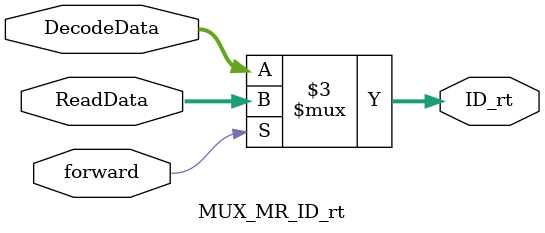
<source format=v>
module MUX_MR_EX_rs(
    input forward,
    input [4:0] ReadData, DecodeData,
    output reg [4:0] EX_rs
);

    always @(*) begin
        if(forward) EX_rs = ReadData;
        else EX_rs = DecodeData;
    end

endmodule

module MUX_MR_EX_rt(
    input forward,
    input [4:0] ReadData, DecodeData,
    output reg [4:0] EX_rt
);

    always @(*) begin
        if(forward) EX_rt = ReadData;
        else EX_rt = DecodeData;
    end

endmodule

module MUX_MR_ID_rs(
    input forward,
    input [4:0] ReadData, DecodeData,
    output reg [4:0] ID_rs
);

    always @(*) begin
        if(forward) ID_rs = ReadData;
        else ID_rs = DecodeData;
    end

endmodule

module MUX_MR_ID_rt(
    input forward,
    input [4:0] ReadData, DecodeData,
    output reg [4:0] ID_rt
);

    always @(*) begin
        if(forward) ID_rt = ReadData;
        else ID_rt = DecodeData;
    end

endmodule
</source>
